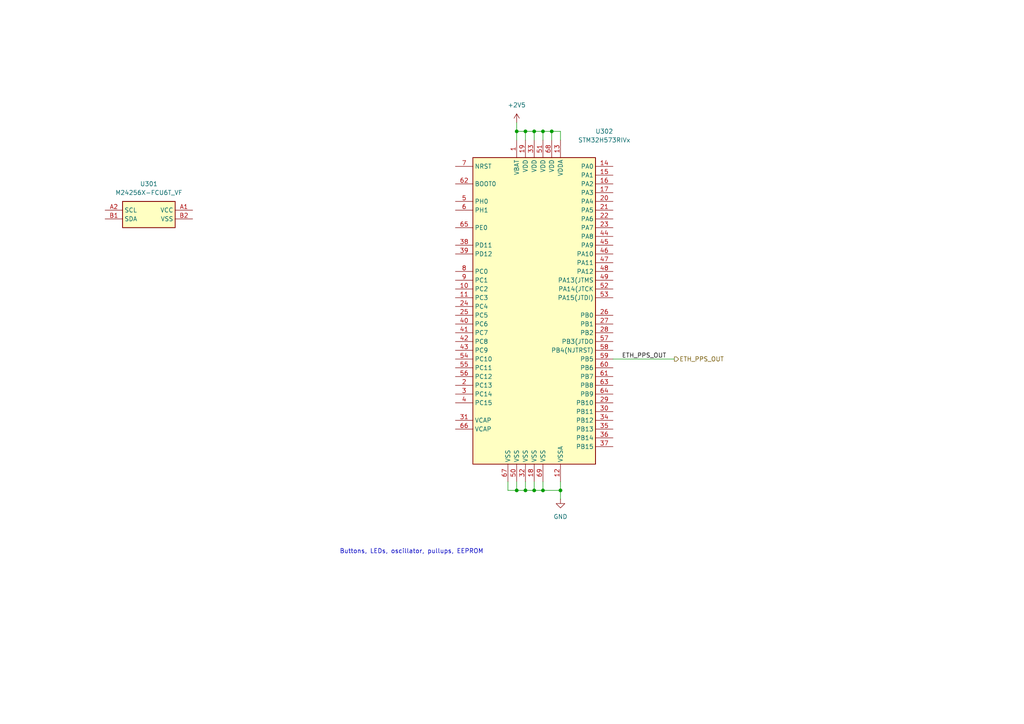
<source format=kicad_sch>
(kicad_sch (version 20231120) (generator "eeschema") (generator_version "8.0")
  (paper "A4")
  (lib_symbols
    (symbol "M24256X-FCU6T_VF:M24256X-FCU6T_VF"
      (property "Reference" "U" (at 0 7.62 0))
      (property "Value" "M24256X-FCU6T_VF" (at 0 5.08 0))
      (symbol "M24256X-FCU6T_VF_1_1"
        (rectangle (start -7.62 2.54) (end 7.62 -5.08) (stroke (width 0.254)) (fill (type background)))
        (pin passive line (at 12.7 0 180) (length 5.08) (name "VCC") (number "A1"))
        (pin passive line (at -12.7 0 0) (length 5.08) (name "SCL") (number "A2"))
        (pin passive line (at -12.7 -2.54 0) (length 5.08) (name "SDA") (number "B1"))
        (pin passive line (at 12.7 -2.54 180) (length 5.08) (name "VSS") (number "B2"))
      )
    )
    (symbol "STM32H573RIV:STM32H573RIVx"
      (property "Reference" "U" (at 22.86 58.42 0))
      (property "Value" "STM32H573RIVx" (at 22.86 55.88 0))
      (symbol "STM32H573RIVx_0_1"
        (rectangle (start -17.78 45.72) (end 17.78 -43.18) (stroke (width 0.254)) (fill (type background)))
      )
      (symbol "STM32H573RIVx_1_1"
        (pin power_in line (at -5.08 50.8 270) (length 5.08) (name "VBAT") (number "1"))
        (pin bidirectional line (at -22.86 7.62 0) (length 5.08) (name "PC2") (number "10"))
        (pin bidirectional line (at -22.86 5.08 0) (length 5.08) (name "PC3") (number "11"))
        (pin power_in line (at 7.62 -48.26 90) (length 5.08) (name "VSSA") (number "12"))
        (pin power_in line (at 7.62 50.8 270) (length 5.08) (name "VDDA") (number "13"))
        (pin bidirectional line (at 22.86 43.18 180) (length 5.08) (name "PA0") (number "14"))
        (pin bidirectional line (at 22.86 40.64 180) (length 5.08) (name "PA1") (number "15"))
        (pin bidirectional line (at 22.86 38.1 180) (length 5.08) (name "PA2") (number "16"))
        (pin bidirectional line (at 22.86 35.56 180) (length 5.08) (name "PA3") (number "17"))
        (pin power_in line (at 0 -48.26 90) (length 5.08) (name "VSS") (number "18"))
        (pin power_in line (at -2.54 50.8 270) (length 5.08) (name "VDD") (number "19"))
        (pin bidirectional line (at -22.86 -20.32 0) (length 5.08) (name "PC13") (number "2"))
        (pin bidirectional line (at 22.86 33.02 180) (length 5.08) (name "PA4") (number "20"))
        (pin bidirectional line (at 22.86 30.48 180) (length 5.08) (name "PA5") (number "21"))
        (pin bidirectional line (at 22.86 27.94 180) (length 5.08) (name "PA6") (number "22"))
        (pin bidirectional line (at 22.86 25.4 180) (length 5.08) (name "PA7") (number "23"))
        (pin bidirectional line (at -22.86 2.54 0) (length 5.08) (name "PC4") (number "24"))
        (pin bidirectional line (at -22.86 0 0) (length 5.08) (name "PC5") (number "25"))
        (pin bidirectional line (at 22.86 0 180) (length 5.08) (name "PB0") (number "26"))
        (pin bidirectional line (at 22.86 -2.54 180) (length 5.08) (name "PB1") (number "27"))
        (pin bidirectional line (at 22.86 -5.08 180) (length 5.08) (name "PB2") (number "28"))
        (pin bidirectional line (at 22.86 -25.4 180) (length 5.08) (name "PB10") (number "29"))
        (pin bidirectional line (at -22.86 -22.86 0) (length 5.08) (name "PC14") (number "3"))
        (pin bidirectional line (at 22.86 -27.94 180) (length 5.08) (name "PB11") (number "30"))
        (pin power_out line (at -22.86 -30.48 0) (length 5.08) (name "VCAP") (number "31"))
        (pin passive line (at -2.54 -48.26 90) (length 5.08) (name "VSS") (number "32"))
        (pin power_in line (at 0 50.8 270) (length 5.08) (name "VDD") (number "33"))
        (pin bidirectional line (at 22.86 -30.48 180) (length 5.08) (name "PB12") (number "34"))
        (pin bidirectional line (at 22.86 -33.02 180) (length 5.08) (name "PB13") (number "35"))
        (pin bidirectional line (at 22.86 -35.56 180) (length 5.08) (name "PB14") (number "36"))
        (pin bidirectional line (at 22.86 -38.1 180) (length 5.08) (name "PB15") (number "37"))
        (pin bidirectional line (at -22.86 20.32 0) (length 5.08) (name "PD11") (number "38"))
        (pin bidirectional line (at -22.86 17.78 0) (length 5.08) (name "PD12") (number "39"))
        (pin bidirectional line (at -22.86 -25.4 0) (length 5.08) (name "PC15") (number "4"))
        (pin bidirectional line (at -22.86 -2.54 0) (length 5.08) (name "PC6") (number "40"))
        (pin bidirectional line (at -22.86 -5.08 0) (length 5.08) (name "PC7") (number "41"))
        (pin bidirectional line (at -22.86 -7.62 0) (length 5.08) (name "PC8") (number "42"))
        (pin bidirectional line (at -22.86 -10.16 0) (length 5.08) (name "PC9") (number "43"))
        (pin bidirectional line (at 22.86 22.86 180) (length 5.08) (name "PA8") (number "44"))
        (pin bidirectional line (at 22.86 20.32 180) (length 5.08) (name "PA9") (number "45"))
        (pin bidirectional line (at 22.86 17.78 180) (length 5.08) (name "PA10") (number "46"))
        (pin bidirectional line (at 22.86 15.24 180) (length 5.08) (name "PA11") (number "47"))
        (pin bidirectional line (at 22.86 12.7 180) (length 5.08) (name "PA12") (number "48"))
        (pin bidirectional line (at 22.86 10.16 180) (length 5.08) (name "PA13(JTMS") (number "49"))
        (pin bidirectional line (at -22.86 33.02 0) (length 5.08) (name "PH0") (number "5"))
        (pin passive line (at -5.08 -48.26 90) (length 5.08) (name "VSS") (number "50"))
        (pin power_in line (at 2.54 50.8 270) (length 5.08) (name "VDD") (number "51"))
        (pin bidirectional line (at 22.86 7.62 180) (length 5.08) (name "PA14(JTCK") (number "52"))
        (pin bidirectional line (at 22.86 5.08 180) (length 5.08) (name "PA15(JTDI)") (number "53"))
        (pin bidirectional line (at -22.86 -12.7 0) (length 5.08) (name "PC10") (number "54"))
        (pin bidirectional line (at -22.86 -15.24 0) (length 5.08) (name "PC11") (number "55"))
        (pin bidirectional line (at -22.86 -17.78 0) (length 5.08) (name "PC12") (number "56"))
        (pin bidirectional line (at 22.86 -7.62 180) (length 5.08) (name "PB3(JTDO") (number "57"))
        (pin bidirectional line (at 22.86 -10.16 180) (length 5.08) (name "PB4(NJTRST)") (number "58"))
        (pin bidirectional line (at 22.86 -12.7 180) (length 5.08) (name "PB5") (number "59"))
        (pin bidirectional line (at -22.86 30.48 0) (length 5.08) (name "PH1") (number "6"))
        (pin bidirectional line (at 22.86 -15.24 180) (length 5.08) (name "PB6") (number "60"))
        (pin bidirectional line (at 22.86 -17.78 180) (length 5.08) (name "PB7") (number "61"))
        (pin input line (at -22.86 38.1 0) (length 5.08) (name "BOOT0") (number "62"))
        (pin bidirectional line (at 22.86 -20.32 180) (length 5.08) (name "PB8") (number "63"))
        (pin bidirectional line (at 22.86 -22.86 180) (length 5.08) (name "PB9") (number "64"))
        (pin bidirectional line (at -22.86 25.4 0) (length 5.08) (name "PE0") (number "65"))
        (pin power_out line (at -22.86 -33.02 0) (length 5.08) (name "VCAP") (number "66"))
        (pin passive line (at -7.62 -48.26 90) (length 5.08) (name "VSS") (number "67"))
        (pin power_in line (at 5.08 50.8 270) (length 5.08) (name "VDD") (number "68"))
        (pin passive line (at 2.54 -48.26 90) (length 5.08) (name "VSS") (number "69"))
        (pin input line (at -22.86 43.18 0) (length 5.08) (name "NRST") (number "7"))
        (pin bidirectional line (at -22.86 12.7 0) (length 5.08) (name "PC0") (number "8"))
        (pin bidirectional line (at -22.86 10.16 0) (length 5.08) (name "PC1") (number "9"))
      )
    )
    (symbol "power:+2V5" (power) (pin_numbers hide) (pin_names (offset 0) hide)
      (property "Value" "+2V5" (at 0 3.556 0))
      (symbol "+2V5_0_1"
        (polyline (pts (xy -0.762 1.27) (xy 0 2.54)))
        (polyline (pts (xy 0 0) (xy 0 2.54)))
        (polyline (pts (xy 0 2.54) (xy 0.762 1.27)))
      )
      (symbol "+2V5_1_1"
        (pin power_in line (at 0 0 90) (length 0) (name "~") (number "1"))
      )
    )
    (symbol "power:GND" (power) (pin_numbers hide) (pin_names (offset 0) hide)
      (property "Value" "GND" (at 0 -3.81 0))
      (symbol "GND_0_1"
        (polyline (pts (xy 0 0) (xy 0 -1.27) (xy 1.27 -1.27) (xy 0 -2.54) (xy -1.27 -1.27) (xy 0 -1.27)))
      )
      (symbol "GND_1_1"
        (pin power_in line (at 0 0 270) (length 0) (name "~") (number "1"))
      )
    )
  )
  (junction (at 149.86 38.1))
  (junction (at 160.02 38.1))
  (junction (at 162.56 142.24))
  (junction (at 154.94 142.24))
  (junction (at 157.48 142.24))
  (junction (at 149.86 142.24))
  (junction (at 152.4 142.24))
  (junction (at 154.94 38.1))
  (junction (at 157.48 38.1))
  (junction (at 152.4 38.1))
  (wire (pts (xy 160.02 38.1) (xy 162.56 38.1)))
  (wire (pts (xy 162.56 38.1) (xy 162.56 40.64)))
  (wire (pts (xy 152.4 38.1) (xy 154.94 38.1)))
  (wire (pts (xy 152.4 142.24) (xy 154.94 142.24)))
  (wire (pts (xy 147.32 142.24) (xy 147.32 139.7)))
  (wire (pts (xy 154.94 142.24) (xy 154.94 139.7)))
  (wire (pts (xy 152.4 38.1) (xy 152.4 40.64)))
  (wire (pts (xy 154.94 38.1) (xy 157.48 38.1)))
  (wire (pts (xy 157.48 142.24) (xy 157.48 139.7)))
  (wire (pts (xy 152.4 142.24) (xy 149.86 142.24)))
  (wire (pts (xy 157.48 38.1) (xy 157.48 40.64)))
  (wire (pts (xy 157.48 38.1) (xy 160.02 38.1)))
  (wire (pts (xy 149.86 142.24) (xy 149.86 139.7)))
  (wire (pts (xy 177.8 104.14) (xy 195.58 104.14)))
  (wire (pts (xy 147.32 142.24) (xy 149.86 142.24)))
  (wire (pts (xy 162.56 142.24) (xy 162.56 144.78)))
  (wire (pts (xy 160.02 38.1) (xy 160.02 40.64)))
  (wire (pts (xy 154.94 38.1) (xy 154.94 40.64)))
  (wire (pts (xy 157.48 142.24) (xy 162.56 142.24)))
  (wire (pts (xy 149.86 38.1) (xy 149.86 40.64)))
  (wire (pts (xy 149.86 38.1) (xy 152.4 38.1)))
  (wire (pts (xy 152.4 142.24) (xy 152.4 139.7)))
  (wire (pts (xy 154.94 142.24) (xy 157.48 142.24)))
  (wire (pts (xy 149.86 35.56) (xy 149.86 38.1)))
  (wire (pts (xy 162.56 142.24) (xy 162.56 139.7)))
  (text "Buttons, LEDs, oscillator, pullups, EEPROM" (at 119.38 160.02 0) (effects (font (size 1.27 1.27))))
  (label "ETH_PPS_OUT" (at 180.34 104.14 0))
  (hierarchical_label "ETH_PPS_OUT" (shape output) (at 195.58 104.14 0))
  (symbol (lib_id "M24256X-FCU6T_VF:M24256X-FCU6T_VF") (at 43.18 60.96 0) (unit 1)
    (property "Reference" "U301" (at 43.18 53.34 0))
    (property "Value" "M24256X-FCU6T_VF" (at 43.18 55.88 0))
    (property "Footprint" "switch_footprints:BGA4C50P2X2_70X98X33" (effects (hide yes)))
    (property "Datasheet" "https://www.st.com/resource/en/datasheet/m24256x-f.pdf" (effects (hide yes)))
    (property "Description" "256-Kbit serial I2C bus EEPROM" (effects (hide yes)))
    (property "Height" "0.328" (effects (hide yes)))
    (property "Mouser Part Number" "511-M24256X-FCU6T/VF" (effects (hide yes)))
    (property "Mouser Price/Stock" "https://www.mouser.co.uk/ProductDetail/STMicroelectronics/M24256X-FCU6T-VF?qs=Wj%2FVkw3K%252BMB8rPOzTsJFzg%3D%3D" (effects (hide yes)))
    (property "Manufacturer_Name" "STMicroelectronics" (effects (hide yes)))
    (property "Manufacturer_Part_Number" "M24256X-FCU6T/VF" (effects (hide yes)))
  )
  (symbol (lib_id "STM32H573RIV:STM32H573RIVx") (at 154.94 91.44 0) (unit 1)
    (property "Reference" "U302" (at 175.26 38.1 0))
    (property "Value" "STM32H573RIVx" (at 175.26 40.64 0))
    (property "Footprint" "switch_footprints:QFN-68-1EP_8x8mm_P0.4mm_EP6.4x6.4mm" (effects (hide yes)))
    (property "Datasheet" "https://www.st.com/resource/en/datasheet/stm32h573ri.pdf" (effects (hide yes)))
    (property "Description" "STMicroelectronics Arm Cortex-M33 MCU, 2048KB flash, 640KB RAM, 250 MHz, 1.62-3.6V, 53 GPIO, VFQFPN68" (effects (hide yes)))
  )
  (symbol (lib_id "power:GND") (at 162.56 144.78 0) (unit 1)
    (property "Reference" "#PWR0302" (effects (hide yes)))
    (property "Value" "GND" (at 162.56 149.86 0))
    (property "Description" "Power symbol creates a global label with name \"GND\" , ground" (effects (hide yes)))
  )
  (symbol (lib_id "power:+2V5") (at 149.86 35.56 0) (unit 1)
    (property "Reference" "#PWR0301" (effects (hide yes)))
    (property "Value" "+2V5" (at 149.86 30.48 0))
    (property "Description" "Power symbol creates a global label with name \"+2V5\"" (effects (hide yes)))
  )
)
</source>
